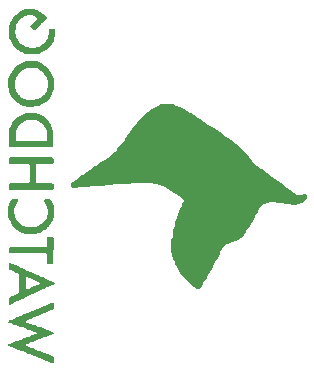
<source format=gbo>
G04 Layer: BottomSilkscreenLayer*
G04 EasyEDA v6.5.47, 2024-09-23 10:33:38*
G04 d3944284b6e04abc8746af3109f317fc,455023a0ac88494abd61f565c8365122,10*
G04 Gerber Generator version 0.2*
G04 Scale: 100 percent, Rotated: No, Reflected: No *
G04 Dimensions in millimeters *
G04 leading zeros omitted , absolute positions ,4 integer and 5 decimal *
%FSLAX45Y45*%
%MOMM*%

%ADD10C,0.0001*%

%LPD*%
G36*
X6271717Y9557867D02*
G01*
X6216142Y9552787D01*
X6193078Y9541103D01*
X6165240Y9533839D01*
X6153251Y9524238D01*
X6139129Y9516567D01*
X6123990Y9502241D01*
X6107734Y9492335D01*
X6082487Y9472879D01*
X6032957Y9423958D01*
X6012078Y9395663D01*
X5998768Y9381490D01*
X5980531Y9360255D01*
X5970524Y9340545D01*
X5965698Y9337548D01*
X5956808Y9320174D01*
X5941009Y9303410D01*
X5932728Y9289542D01*
X5921197Y9273032D01*
X5907989Y9254744D01*
X5892546Y9235287D01*
X5884367Y9221622D01*
X5847994Y9179814D01*
X5842558Y9169247D01*
X5825439Y9152382D01*
X5805373Y9130538D01*
X5805373Y9126474D01*
X5787136Y9116212D01*
X5780938Y9108744D01*
X5764123Y9100058D01*
X5745835Y9083141D01*
X5739485Y9083141D01*
X5723991Y9069832D01*
X5703062Y9061602D01*
X5687060Y9048953D01*
X5665978Y9028887D01*
X5660644Y9028887D01*
X5621883Y9002877D01*
X5615787Y8995511D01*
X5589574Y8981490D01*
X5573725Y8971127D01*
X5554167Y8954211D01*
X5546547Y8951468D01*
X5514086Y8929319D01*
X5494782Y8912148D01*
X5458815Y8886545D01*
X5451602Y8871356D01*
X5451602Y8859723D01*
X5461304Y8847429D01*
X5480761Y8842146D01*
X5540044Y8849664D01*
X5690971Y8858961D01*
X5723991Y8863787D01*
X5761837Y8870594D01*
X5853734Y8875674D01*
X5922111Y8880551D01*
X5999937Y8890558D01*
X6134404Y8890762D01*
X6172149Y8878366D01*
X6209792Y8870746D01*
X6227064Y8858758D01*
X6258052Y8849512D01*
X6260998Y8844686D01*
X6287668Y8832900D01*
X6299504Y8821674D01*
X6321348Y8812326D01*
X6324803Y8806738D01*
X6348984Y8795512D01*
X6365544Y8780881D01*
X6398564Y8757259D01*
X6404762Y8753754D01*
X6409334Y8733434D01*
X6397498Y8715552D01*
X6392062Y8693962D01*
X6378295Y8673134D01*
X6368948Y8639403D01*
X6361887Y8628583D01*
X6354673Y8593785D01*
X6338722Y8560765D01*
X6333591Y8525357D01*
X6321907Y8485276D01*
X6315252Y8428685D01*
X6305042Y8402828D01*
X6301130Y8354364D01*
X6305042Y8305444D01*
X6312255Y8288223D01*
X6322364Y8239963D01*
X6331204Y8224570D01*
X6338773Y8198662D01*
X6349593Y8185759D01*
X6364376Y8155076D01*
X6380632Y8127847D01*
X6396177Y8112099D01*
X6410350Y8091982D01*
X6426606Y8074914D01*
X6449618Y8048955D01*
X6473901Y8024164D01*
X6479692Y8024164D01*
X6492087Y8007908D01*
X6517589Y7993532D01*
X6536029Y7993532D01*
X6561277Y8010448D01*
X6575450Y8038134D01*
X6588556Y8062112D01*
X6604914Y8083499D01*
X6604914Y8089036D01*
X6615531Y8105343D01*
X6632905Y8136229D01*
X6645351Y8161883D01*
X6657238Y8176056D01*
X6668770Y8199881D01*
X6677659Y8216392D01*
X6685838Y8236458D01*
X6689852Y8236458D01*
X6715302Y8289493D01*
X6718401Y8304326D01*
X6736994Y8329269D01*
X6736994Y8332978D01*
X6757670Y8356295D01*
X6759397Y8360613D01*
X6804202Y8382406D01*
X6821982Y8385556D01*
X6841947Y8399119D01*
X6864502Y8406688D01*
X6891172Y8422792D01*
X6896201Y8422995D01*
X6920382Y8445195D01*
X6932675Y8469630D01*
X6937705Y8472728D01*
X6948678Y8497519D01*
X6956145Y8500364D01*
X6968744Y8525357D01*
X6979920Y8538718D01*
X6979920Y8545423D01*
X6996074Y8563254D01*
X7004303Y8584336D01*
X7014870Y8597138D01*
X7023100Y8621928D01*
X7036206Y8640013D01*
X7039457Y8655100D01*
X7045959Y8667902D01*
X7083501Y8705799D01*
X7088682Y8705799D01*
X7114235Y8717889D01*
X7146188Y8722868D01*
X7235799Y8720226D01*
X7286244Y8710879D01*
X7351369Y8705189D01*
X7386777Y8708034D01*
X7427874Y8728506D01*
X7446873Y8750096D01*
X7451344Y8761222D01*
X7451598Y8777732D01*
X7442555Y8792565D01*
X7424115Y8795715D01*
X7401407Y8783624D01*
X7383932Y8783624D01*
X7367879Y8789009D01*
X7358380Y8797544D01*
X7341362Y8804656D01*
X7327798Y8815781D01*
X7310069Y8826500D01*
X7296912Y8839047D01*
X7282992Y8847226D01*
X7254697Y8868410D01*
X7230872Y8884564D01*
X7224318Y8892438D01*
X7207503Y8901684D01*
X7185964Y8919260D01*
X7160361Y8939022D01*
X7150912Y8947962D01*
X7136739Y8956954D01*
X7128103Y8967673D01*
X7115556Y8974226D01*
X7071207Y9010040D01*
X7065162Y9010040D01*
X7049820Y9022994D01*
X7032193Y9034830D01*
X6998309Y9063126D01*
X6985863Y9071254D01*
X6957872Y9110268D01*
X6941007Y9130080D01*
X6924497Y9151924D01*
X6911543Y9166047D01*
X6905193Y9175140D01*
X6878675Y9197543D01*
X6854291Y9216390D01*
X6836816Y9232900D01*
X6805777Y9255302D01*
X6801002Y9255302D01*
X6790944Y9268307D01*
X6770725Y9280093D01*
X6748018Y9296603D01*
X6735825Y9307677D01*
X6718452Y9316567D01*
X6715404Y9321495D01*
X6688632Y9335008D01*
X6679184Y9345472D01*
X6662369Y9354058D01*
X6656628Y9360966D01*
X6629653Y9371685D01*
X6617868Y9382658D01*
X6601358Y9394444D01*
X6581749Y9407448D01*
X6566357Y9416897D01*
X6547104Y9427870D01*
X6535318Y9438792D01*
X6515607Y9448647D01*
X6512610Y9453524D01*
X6492900Y9463430D01*
X6468872Y9481769D01*
X6463436Y9481769D01*
X6445148Y9498279D01*
X6440678Y9498279D01*
X6421577Y9514586D01*
X6398514Y9523679D01*
X6382054Y9533331D01*
X6346647Y9541306D01*
X6323380Y9552990D01*
G37*
G36*
X5123738Y10362031D02*
G01*
X5076088Y10361066D01*
X5054854Y10356596D01*
X5047640Y10351871D01*
X5031130Y10346080D01*
X5023307Y10340035D01*
X5012791Y10335869D01*
X5003088Y10328402D01*
X4994452Y10322255D01*
X4985308Y10313619D01*
X4979568Y10310266D01*
X4976215Y10304526D01*
X4967681Y10295382D01*
X4960772Y10284358D01*
X4955235Y10278059D01*
X4951120Y10268762D01*
X4942840Y10260330D01*
X4940757Y10249509D01*
X4938725Y10241584D01*
X4934407Y10235234D01*
X4930902Y10224770D01*
X4927803Y10200030D01*
X4926888Y10160558D01*
X4928971Y10135819D01*
X4932324Y10116566D01*
X4938014Y10107422D01*
X4942586Y10090353D01*
X4965141Y10056164D01*
X4974437Y10046919D01*
X4979162Y10038638D01*
X4989880Y10028428D01*
X4997246Y10024364D01*
X5001818Y10017709D01*
X5011877Y10011257D01*
X5015433Y10006787D01*
X5029301Y10000437D01*
X5038496Y9993376D01*
X5056835Y9988651D01*
X5065623Y9983216D01*
X5076088Y9980523D01*
X5098084Y9978542D01*
X5116880Y9975596D01*
X5141163Y9976866D01*
X5175097Y9980523D01*
X5185562Y9983216D01*
X5194350Y9988651D01*
X5211419Y9993172D01*
X5245709Y10015982D01*
X5255768Y10025278D01*
X5275935Y10045395D01*
X5286502Y10056469D01*
X5286502Y10059314D01*
X5294680Y10067544D01*
X5297474Y10072878D01*
X5301284Y10083088D01*
X5307431Y10090454D01*
X5309311Y10096398D01*
X5311343Y10108336D01*
X5314238Y10117480D01*
X5318556Y10127894D01*
X5320639Y10136733D01*
X5321960Y10157866D01*
X5322265Y10177221D01*
X5320284Y10188092D01*
X5316677Y10191953D01*
X5277916Y10192918D01*
X5268772Y10190480D01*
X5266436Y10188092D01*
X5264505Y10176205D01*
X5264505Y10156901D01*
X5261711Y10126878D01*
X5258358Y10119309D01*
X5252618Y10110368D01*
X5249519Y10101021D01*
X5246674Y10096398D01*
X5241747Y10090556D01*
X5235092Y10078059D01*
X5228132Y10073132D01*
X5223713Y10066680D01*
X5215280Y10062108D01*
X5202986Y10052304D01*
X5193538Y10048900D01*
X5187035Y10043007D01*
X5181498Y10040264D01*
X5163159Y10036149D01*
X5145735Y10030663D01*
X5122773Y10029698D01*
X5106314Y10031882D01*
X5093208Y10036403D01*
X5074818Y10039908D01*
X5068925Y10042956D01*
X5061661Y10048240D01*
X5051348Y10052100D01*
X5040985Y10061549D01*
X5030520Y10068001D01*
X5014620Y10084562D01*
X5009337Y10094569D01*
X5002276Y10101935D01*
X4997653Y10115651D01*
X4992471Y10122103D01*
X4989474Y10127894D01*
X4986578Y10145928D01*
X4983530Y10161524D01*
X4982870Y10179862D01*
X4984953Y10194493D01*
X4990388Y10224770D01*
X4998567Y10241280D01*
X5002987Y10251643D01*
X5008880Y10256875D01*
X5012588Y10264140D01*
X5023815Y10275874D01*
X5033873Y10282783D01*
X5037582Y10286847D01*
X5046218Y10291267D01*
X5052466Y10296753D01*
X5059121Y10299547D01*
X5095951Y10306812D01*
X5116423Y10306761D01*
X5145735Y10300411D01*
X5151882Y10298379D01*
X5157673Y10293451D01*
X5166258Y10288524D01*
X5170017Y10283698D01*
X5165039Y10274300D01*
X5151323Y10261447D01*
X5112766Y10223855D01*
X5111648Y10220147D01*
X5110327Y10211460D01*
X5117998Y10204602D01*
X5122519Y10196880D01*
X5128920Y10192918D01*
X5133136Y10186263D01*
X5137048Y10182758D01*
X5149443Y10183114D01*
X5160772Y10194493D01*
X5171440Y10204805D01*
X5177231Y10208768D01*
X5181193Y10215168D01*
X5189118Y10220604D01*
X5193131Y10227106D01*
X5201158Y10232593D01*
X5204358Y10238079D01*
X5213654Y10244226D01*
X5218125Y10250728D01*
X5223662Y10254030D01*
X5235600Y10264698D01*
X5249367Y10277957D01*
X5253380Y10283240D01*
X5247843Y10294213D01*
X5220919Y10320375D01*
X5203494Y10334599D01*
X5194300Y10338714D01*
X5185918Y10346994D01*
X5175097Y10349077D01*
X5167122Y10351109D01*
X5160772Y10355427D01*
X5150256Y10358983D01*
G37*
G36*
X5121910Y9921036D02*
G01*
X5087061Y9919817D01*
X5067808Y9917074D01*
X5055006Y9910826D01*
X5037582Y9905898D01*
X5030266Y9902240D01*
X5023815Y9897973D01*
X5015687Y9895128D01*
X5009388Y9890099D01*
X5000650Y9883698D01*
X4984496Y9869932D01*
X4968595Y9853422D01*
X4955286Y9836962D01*
X4951120Y9827717D01*
X4943500Y9820351D01*
X4937201Y9802266D01*
X4932883Y9795662D01*
X4930648Y9789261D01*
X4924298Y9758070D01*
X4921402Y9748012D01*
X4920492Y9713772D01*
X4978146Y9713772D01*
X4979263Y9748012D01*
X4981956Y9757714D01*
X4985715Y9767265D01*
X4989728Y9781032D01*
X4992979Y9787534D01*
X4996129Y9790176D01*
X5003190Y9805517D01*
X5011420Y9814661D01*
X5015230Y9821418D01*
X5023358Y9826548D01*
X5028387Y9832543D01*
X5036667Y9837674D01*
X5043424Y9843719D01*
X5049469Y9846868D01*
X5065979Y9851847D01*
X5075834Y9858502D01*
X5079746Y9859365D01*
X5100421Y9862159D01*
X5132933Y9862159D01*
X5163159Y9859416D01*
X5183378Y9848850D01*
X5192572Y9845700D01*
X5203494Y9837216D01*
X5209946Y9833914D01*
X5219395Y9825024D01*
X5226050Y9819741D01*
X5228488Y9813899D01*
X5236972Y9804349D01*
X5240528Y9797338D01*
X5246928Y9788956D01*
X5249570Y9783775D01*
X5253532Y9767519D01*
X5258358Y9758070D01*
X5260746Y9747097D01*
X5261660Y9717735D01*
X5259019Y9698228D01*
X5254294Y9685680D01*
X5248300Y9668764D01*
X5240528Y9657689D01*
X5237784Y9649561D01*
X5230520Y9642551D01*
X5226151Y9635134D01*
X5211318Y9621012D01*
X5208727Y9621012D01*
X5197805Y9610293D01*
X5192522Y9608972D01*
X5183327Y9602978D01*
X5177840Y9600133D01*
X5157876Y9595307D01*
X5139334Y9588957D01*
X5116423Y9587788D01*
X5100574Y9589871D01*
X5087721Y9594240D01*
X5063591Y9599015D01*
X5057749Y9601504D01*
X5047030Y9608972D01*
X5041290Y9610242D01*
X5032044Y9619691D01*
X5025542Y9624517D01*
X5021224Y9630816D01*
X5014823Y9635185D01*
X5009489Y9643872D01*
X5003393Y9647631D01*
X5000701Y9651746D01*
X4999329Y9656318D01*
X4991354Y9668256D01*
X4980381Y9702139D01*
X4978146Y9713772D01*
X4920492Y9713772D01*
X4920437Y9711791D01*
X4922621Y9700310D01*
X4925974Y9689338D01*
X4930089Y9663633D01*
X4933746Y9656318D01*
X4937912Y9650831D01*
X4941824Y9637928D01*
X4944973Y9633102D01*
X4950256Y9626498D01*
X4954371Y9615068D01*
X4965141Y9603435D01*
X4974386Y9593986D01*
X4979162Y9587433D01*
X4985461Y9583115D01*
X4989779Y9576816D01*
X4999278Y9570770D01*
X5003139Y9565284D01*
X5011877Y9561220D01*
X5021072Y9554311D01*
X5026558Y9551568D01*
X5038902Y9547656D01*
X5050434Y9541306D01*
X5062321Y9538614D01*
X5091633Y9534702D01*
X5103215Y9532061D01*
X5136591Y9532112D01*
X5147614Y9535566D01*
X5164531Y9537598D01*
X5183174Y9541357D01*
X5187950Y9544100D01*
X5193995Y9548469D01*
X5208168Y9553194D01*
X5217261Y9560763D01*
X5224780Y9564014D01*
X5231028Y9569297D01*
X5240528Y9576155D01*
X5272887Y9609480D01*
X5277612Y9617811D01*
X5284520Y9625126D01*
X5287670Y9633407D01*
X5294884Y9643110D01*
X5297424Y9649155D01*
X5300929Y9666478D01*
X5306466Y9677450D01*
X5308752Y9685680D01*
X5311140Y9708591D01*
X5310327Y9758070D01*
X5307838Y9773666D01*
X5301183Y9786924D01*
X5296408Y9807194D01*
X5288381Y9816592D01*
X5284470Y9828377D01*
X5276342Y9837521D01*
X5272481Y9845700D01*
X5264810Y9850983D01*
X5260035Y9858248D01*
X5253482Y9862312D01*
X5247995Y9870236D01*
X5241544Y9874250D01*
X5236159Y9882073D01*
X5226456Y9886696D01*
X5218277Y9893503D01*
X5204358Y9900513D01*
X5201818Y9903510D01*
X5196687Y9906203D01*
X5179669Y9909606D01*
X5164988Y9916414D01*
X5152186Y9918852D01*
G37*
G36*
X5095341Y9479788D02*
G01*
X5072430Y9478010D01*
X5063032Y9476079D01*
X5054498Y9470644D01*
X5036464Y9466173D01*
X5030216Y9463532D01*
X5023205Y9457893D01*
X5012232Y9453676D01*
X5002733Y9445904D01*
X4992878Y9439300D01*
X4985207Y9431680D01*
X4977485Y9425635D01*
X4977485Y9423095D01*
X4967782Y9412427D01*
X4953914Y9393275D01*
X4950968Y9383979D01*
X4942636Y9371279D01*
X4939741Y9361068D01*
X4931765Y9336328D01*
X4929835Y9329013D01*
X4927854Y9277654D01*
X4928039Y9253829D01*
X4987137Y9253829D01*
X4987340Y9304223D01*
X4990388Y9330842D01*
X4998618Y9347504D01*
X5001412Y9356852D01*
X5007711Y9364726D01*
X5015433Y9375749D01*
X5039410Y9399371D01*
X5048554Y9406178D01*
X5059121Y9410344D01*
X5065725Y9415627D01*
X5072430Y9417507D01*
X5095341Y9421164D01*
X5119827Y9423298D01*
X5142992Y9421114D01*
X5164277Y9418472D01*
X5172354Y9415272D01*
X5179212Y9410344D01*
X5190947Y9406178D01*
X5202986Y9396526D01*
X5212029Y9391650D01*
X5214467Y9387027D01*
X5223103Y9379254D01*
X5228894Y9369450D01*
X5236819Y9358325D01*
X5241798Y9342729D01*
X5247944Y9332671D01*
X5249824Y9323476D01*
X5251856Y9302394D01*
X5252669Y9256572D01*
X5247284Y9245396D01*
X5244185Y9244177D01*
X4994808Y9244177D01*
X4991252Y9246057D01*
X4987137Y9253829D01*
X4928039Y9253829D01*
X4928463Y9199372D01*
X4933848Y9193733D01*
X5297017Y9194190D01*
X5305602Y9198203D01*
X5306415Y9204299D01*
X5305958Y9287713D01*
X5304028Y9308846D01*
X5302199Y9316161D01*
X5297373Y9352838D01*
X5294477Y9361982D01*
X5289194Y9371431D01*
X5283809Y9388652D01*
X5277459Y9396069D01*
X5270957Y9407144D01*
X5266588Y9410039D01*
X5261000Y9419894D01*
X5240172Y9439605D01*
X5232196Y9444532D01*
X5222748Y9453676D01*
X5215432Y9456216D01*
X5206187Y9463278D01*
X5199684Y9465970D01*
X5182362Y9469526D01*
X5171287Y9475114D01*
X5160416Y9477908D01*
X5138420Y9479788D01*
G37*
G36*
X4934559Y9105747D02*
G01*
X4930749Y9100921D01*
X4928006Y9091625D01*
X4928006Y9055150D01*
X4934254Y9048902D01*
X5091887Y9048902D01*
X5101742Y9047022D01*
X5105400Y9043314D01*
X5105958Y8900414D01*
X5101996Y8891270D01*
X5093512Y8887053D01*
X4934966Y8886596D01*
X4930597Y8882481D01*
X4928006Y8877554D01*
X4928006Y8840622D01*
X4930038Y8836660D01*
X4934762Y8831580D01*
X5293360Y8831630D01*
X5303469Y8836253D01*
X5306618Y8840317D01*
X5306618Y8877909D01*
X5303469Y8881922D01*
X5293360Y8886596D01*
X5172202Y8886596D01*
X5161584Y8888730D01*
X5157673Y8897162D01*
X5157673Y9040164D01*
X5160467Y9045702D01*
X5167782Y9048445D01*
X5296103Y9049359D01*
X5303367Y9052610D01*
X5306669Y9055608D01*
X5306669Y9092031D01*
X5304129Y9097924D01*
X5297932Y9103766D01*
X5292801Y9105747D01*
G37*
G36*
X5006035Y8748166D02*
G01*
X4957775Y8748115D01*
X4945888Y8742781D01*
X4941722Y8736685D01*
X4939030Y8727694D01*
X4930800Y8711031D01*
X4925110Y8678011D01*
X4920437Y8662416D01*
X4921402Y8625738D01*
X4925161Y8612022D01*
X4929886Y8586317D01*
X4931867Y8579916D01*
X4937252Y8571331D01*
X4943500Y8553500D01*
X4950764Y8545982D01*
X4953965Y8537752D01*
X4958892Y8530894D01*
X4980432Y8507476D01*
X5000802Y8490356D01*
X5009134Y8486038D01*
X5016144Y8478672D01*
X5022900Y8476589D01*
X5032095Y8470392D01*
X5039868Y8467699D01*
X5060848Y8462060D01*
X5068722Y8458555D01*
X5087975Y8454440D01*
X5140248Y8454491D01*
X5158994Y8457438D01*
X5169814Y8462924D01*
X5188864Y8467699D01*
X5200904Y8474964D01*
X5211876Y8478621D01*
X5220817Y8486038D01*
X5231942Y8492540D01*
X5239613Y8499602D01*
X5248046Y8503615D01*
X5253482Y8511438D01*
X5259933Y8515451D01*
X5265470Y8523478D01*
X5271668Y8528202D01*
X5275529Y8536482D01*
X5282488Y8544153D01*
X5286248Y8550554D01*
X5288381Y8557158D01*
X5296458Y8566607D01*
X5298440Y8577173D01*
X5301234Y8587841D01*
X5306568Y8598458D01*
X5309463Y8612936D01*
X5310987Y8634018D01*
X5311241Y8663330D01*
X5309311Y8685326D01*
X5306822Y8698280D01*
X5301234Y8707374D01*
X5296662Y8724442D01*
X5281015Y8748166D01*
X5232501Y8748166D01*
X5228031Y8746134D01*
X5226913Y8737803D01*
X5226913Y8732875D01*
X5236159Y8722309D01*
X5242661Y8709355D01*
X5246979Y8702751D01*
X5249672Y8695080D01*
X5253685Y8676182D01*
X5258206Y8662416D01*
X5259222Y8637676D01*
X5247792Y8591499D01*
X5241798Y8584488D01*
X5234990Y8570112D01*
X5203494Y8538514D01*
X5196179Y8536178D01*
X5186070Y8526526D01*
X5169611Y8521496D01*
X5161686Y8516874D01*
X5148630Y8513419D01*
X5140604Y8513419D01*
X5123027Y8511286D01*
X5082438Y8513521D01*
X5070348Y8516061D01*
X5057749Y8522360D01*
X5050383Y8524697D01*
X5043068Y8528354D01*
X5035143Y8535568D01*
X5028438Y8538413D01*
X5001564Y8565235D01*
X4998770Y8570823D01*
X4991252Y8579866D01*
X4986680Y8593683D01*
X4980127Y8603183D01*
X4977587Y8612936D01*
X4975656Y8633104D01*
X4975656Y8662466D01*
X4978400Y8685885D01*
X4981448Y8691778D01*
X4985613Y8697264D01*
X4990338Y8712962D01*
X4996942Y8719261D01*
X5000650Y8726627D01*
X5006594Y8734856D01*
X5009388Y8746388D01*
G37*
G36*
X5292648Y8433917D02*
G01*
X5260340Y8433003D01*
X5255412Y8431022D01*
X5252110Y8425942D01*
X5251196Y8353094D01*
X5245811Y8347506D01*
X4934254Y8347506D01*
X4928006Y8341258D01*
X4928006Y8304733D01*
X4930749Y8295487D01*
X4934559Y8290661D01*
X5245049Y8290661D01*
X5250688Y8284209D01*
X5251602Y8280095D01*
X5252110Y8209991D01*
X5257190Y8204911D01*
X5297017Y8204911D01*
X5305602Y8208873D01*
X5306364Y8215020D01*
X5306669Y8424570D01*
X5303824Y8428888D01*
G37*
G36*
X4934102Y8215731D02*
G01*
X4928006Y8209076D01*
X4928006Y8161832D01*
X4931562Y8155990D01*
X4940350Y8150910D01*
X4945989Y8146745D01*
X4963972Y8142071D01*
X4966970Y8140446D01*
X4976571Y8133994D01*
X4991252Y8129270D01*
X5002733Y8123072D01*
X5009489Y8120938D01*
X5017414Y8113877D01*
X5017871Y7994954D01*
X5073700Y7994954D01*
X5074259Y8089798D01*
X5078171Y8093709D01*
X5088890Y8090611D01*
X5096256Y8086344D01*
X5107228Y8083296D01*
X5112766Y8081314D01*
X5121351Y8075980D01*
X5138928Y8069884D01*
X5149088Y8062468D01*
X5159502Y8060436D01*
X5167274Y8058454D01*
X5179314Y8050530D01*
X5186070Y8048345D01*
X5194655Y8044027D01*
X5195671Y8042452D01*
X5188864Y8036102D01*
X5180584Y8029600D01*
X5174589Y8026501D01*
X5158587Y8021878D01*
X5146649Y8014868D01*
X5136591Y8011668D01*
X5131104Y8008874D01*
X5124653Y8003692D01*
X5111597Y7999272D01*
X5107228Y7997037D01*
X5103266Y7993430D01*
X5091125Y7989011D01*
X5077409Y7989011D01*
X5073700Y7994954D01*
X5017871Y7994954D01*
X5017973Y7971129D01*
X5015839Y7958785D01*
X5010150Y7953959D01*
X5000447Y7949692D01*
X4993284Y7943900D01*
X4976418Y7938617D01*
X4964582Y7932013D01*
X4947970Y7926781D01*
X4941214Y7921396D01*
X4931867Y7916621D01*
X4927803Y7911490D01*
X4928463Y7864652D01*
X4931664Y7859775D01*
X4935169Y7857896D01*
X4943144Y7860690D01*
X4953711Y7867192D01*
X4969662Y7872577D01*
X4976114Y7877759D01*
X4980482Y7880096D01*
X4993538Y7884515D01*
X4999990Y7889697D01*
X5005476Y7892440D01*
X5018481Y7895590D01*
X5023815Y7899146D01*
X5029758Y7903514D01*
X5043068Y7906715D01*
X5048554Y7909509D01*
X5055006Y7914538D01*
X5068417Y7919313D01*
X5072430Y7921447D01*
X5078831Y7926476D01*
X5093208Y7931505D01*
X5098999Y7935722D01*
X5103571Y7938363D01*
X5124653Y7944307D01*
X5131104Y7949285D01*
X5135422Y7951571D01*
X5148478Y7956042D01*
X5154930Y7961172D01*
X5159298Y7963509D01*
X5172303Y7967929D01*
X5178755Y7973110D01*
X5184241Y7975904D01*
X5197297Y7979054D01*
X5208524Y7986928D01*
X5221833Y7990179D01*
X5227370Y7992922D01*
X5233771Y7998002D01*
X5247233Y8002778D01*
X5251196Y8004860D01*
X5257596Y8009940D01*
X5271973Y8014970D01*
X5277764Y8019186D01*
X5282387Y8021828D01*
X5303469Y8027771D01*
X5306517Y8029854D01*
X5316474Y8042605D01*
X5309870Y8046720D01*
X5298490Y8050530D01*
X5287873Y8057794D01*
X5275021Y8061553D01*
X5269534Y8063534D01*
X5260949Y8068868D01*
X5243372Y8075015D01*
X5239258Y8077911D01*
X5234635Y8081670D01*
X5216499Y8087969D01*
X5209946Y8092287D01*
X5201666Y8095234D01*
X5191607Y8098028D01*
X5179110Y8106257D01*
X5164074Y8111083D01*
X5153710Y8118043D01*
X5136997Y8122158D01*
X5131104Y8126475D01*
X5125567Y8130184D01*
X5113680Y8133892D01*
X5108143Y8137550D01*
X5102098Y8142020D01*
X5091633Y8144002D01*
X5083860Y8145983D01*
X5071872Y8153908D01*
X5060086Y8157819D01*
X5049469Y8165084D01*
X5033873Y8169808D01*
X5031130Y8170824D01*
X5022545Y8176158D01*
X5004968Y8182254D01*
X4994910Y8189620D01*
X4979111Y8193786D01*
X4967732Y8200644D01*
X4953050Y8205419D01*
X4940706Y8213496D01*
G37*
G36*
X5304536Y7876184D02*
G01*
X5302351Y7874406D01*
X5293360Y7873288D01*
X5283708Y7869834D01*
X5270449Y7866837D01*
X5265877Y7864195D01*
X5259781Y7859826D01*
X5247538Y7855864D01*
X5235600Y7848803D01*
X5218887Y7844332D01*
X5214518Y7841996D01*
X5209336Y7837728D01*
X5186070Y7831175D01*
X5179669Y7826095D01*
X5175300Y7823758D01*
X5158587Y7819288D01*
X5148021Y7812836D01*
X5132222Y7807502D01*
X5123332Y7801762D01*
X5104485Y7796326D01*
X5092598Y7789214D01*
X5076088Y7784490D01*
X5067808Y7779054D01*
X5060137Y7775295D01*
X5042611Y7770977D01*
X5032959Y7764373D01*
X5017617Y7759649D01*
X5008473Y7753350D01*
X4991557Y7748778D01*
X4985308Y7744256D01*
X4980736Y7741666D01*
X4967884Y7738770D01*
X4959654Y7735874D01*
X4953203Y7730744D01*
X4948834Y7728407D01*
X4932527Y7724038D01*
X4927092Y7721244D01*
X4920691Y7708544D01*
X4930343Y7703972D01*
X4946802Y7700924D01*
X4951526Y7698486D01*
X4954016Y7695488D01*
X4959146Y7692796D01*
X4976571Y7689291D01*
X4991404Y7681772D01*
X5011572Y7676946D01*
X5021986Y7670596D01*
X5027625Y7668158D01*
X5044897Y7664653D01*
X5061407Y7656271D01*
X5078222Y7653223D01*
X5083403Y7649718D01*
X5089245Y7645400D01*
X5106314Y7642352D01*
X5122519Y7634071D01*
X5142077Y7629448D01*
X5149443Y7625384D01*
X5163616Y7614818D01*
X5163616Y7613345D01*
X5160416Y7610500D01*
X5152186Y7607808D01*
X5145735Y7606538D01*
X5136794Y7603693D01*
X5128310Y7598460D01*
X5111699Y7594041D01*
X5106314Y7590993D01*
X5100523Y7586776D01*
X5088890Y7584490D01*
X5075174Y7580884D01*
X5063236Y7573822D01*
X5054092Y7571028D01*
X5043271Y7568692D01*
X5036972Y7564475D01*
X5030216Y7561122D01*
X5017363Y7558887D01*
X5010708Y7554874D01*
X5005984Y7551470D01*
X4984546Y7546187D01*
X4976114Y7541666D01*
X4968138Y7537703D01*
X4947208Y7532573D01*
X4942484Y7529169D01*
X4935778Y7525105D01*
X4922469Y7522870D01*
X4916932Y7518196D01*
X4919878Y7514031D01*
X4932121Y7507833D01*
X4942789Y7501331D01*
X4959502Y7497521D01*
X4965141Y7493253D01*
X4970627Y7490409D01*
X4990490Y7484668D01*
X5002377Y7477506D01*
X5019141Y7473645D01*
X5024729Y7469378D01*
X5030216Y7466584D01*
X5050078Y7460843D01*
X5061966Y7453680D01*
X5078730Y7449820D01*
X5084318Y7445552D01*
X5089804Y7442758D01*
X5109718Y7437018D01*
X5121554Y7429855D01*
X5138318Y7425994D01*
X5143906Y7421727D01*
X5149443Y7418882D01*
X5169306Y7413142D01*
X5181193Y7405979D01*
X5197906Y7402169D01*
X5203494Y7397902D01*
X5209032Y7395057D01*
X5228894Y7389317D01*
X5240782Y7382154D01*
X5257495Y7378293D01*
X5263134Y7374026D01*
X5268620Y7371232D01*
X5288788Y7365390D01*
X5292547Y7362952D01*
X5305247Y7362291D01*
X5306568Y7369657D01*
X5306669Y7411770D01*
X5294274Y7423302D01*
X5285130Y7427620D01*
X5275935Y7429906D01*
X5260340Y7437678D01*
X5236768Y7444384D01*
X5226456Y7450683D01*
X5219090Y7452563D01*
X5208981Y7454493D01*
X5197449Y7462621D01*
X5187035Y7464602D01*
X5179263Y7466584D01*
X5167477Y7474356D01*
X5159502Y7476388D01*
X5149088Y7478420D01*
X5137658Y7486446D01*
X5124653Y7488580D01*
X5116474Y7492136D01*
X5113680Y7494574D01*
X5105400Y7497470D01*
X5086146Y7503261D01*
X5079644Y7506563D01*
X5064556Y7517790D01*
X5065776Y7519720D01*
X5072430Y7522565D01*
X5088686Y7526934D01*
X5098999Y7533233D01*
X5117338Y7538059D01*
X5129276Y7545070D01*
X5152034Y7550658D01*
X5162245Y7556855D01*
X5169712Y7559751D01*
X5185257Y7563459D01*
X5195011Y7570012D01*
X5209946Y7572959D01*
X5216347Y7576413D01*
X5221071Y7580172D01*
X5242763Y7585506D01*
X5251196Y7590028D01*
X5259171Y7593990D01*
X5280406Y7599222D01*
X5285130Y7602981D01*
X5290515Y7605979D01*
X5306720Y7610297D01*
X5312257Y7613192D01*
X5308447Y7619034D01*
X5304383Y7625943D01*
X5295188Y7629347D01*
X5276900Y7634325D01*
X5263083Y7641539D01*
X5245201Y7645146D01*
X5239258Y7648194D01*
X5233670Y7652461D01*
X5216347Y7656322D01*
X5199837Y7664653D01*
X5182412Y7668209D01*
X5175097Y7671765D01*
X5169560Y7675372D01*
X5145735Y7682077D01*
X5131968Y7689189D01*
X5114086Y7692796D01*
X5108143Y7695844D01*
X5102555Y7700111D01*
X5085232Y7704074D01*
X5075377Y7708646D01*
X5069941Y7720685D01*
X5073345Y7723174D01*
X5088890Y7727848D01*
X5094224Y7729880D01*
X5102656Y7735620D01*
X5112766Y7739329D01*
X5124348Y7741716D01*
X5130190Y7745933D01*
X5135575Y7748981D01*
X5152186Y7753400D01*
X5162245Y7759598D01*
X5178755Y7765389D01*
X5187442Y7770926D01*
X5206288Y7776362D01*
X5218176Y7783525D01*
X5234889Y7787995D01*
X5239258Y7790281D01*
X5244439Y7794599D01*
X5267706Y7801152D01*
X5274106Y7806232D01*
X5279644Y7809026D01*
X5292191Y7812125D01*
X5298998Y7815580D01*
X5306669Y7827009D01*
X5306669Y7864551D01*
G37*
M02*

</source>
